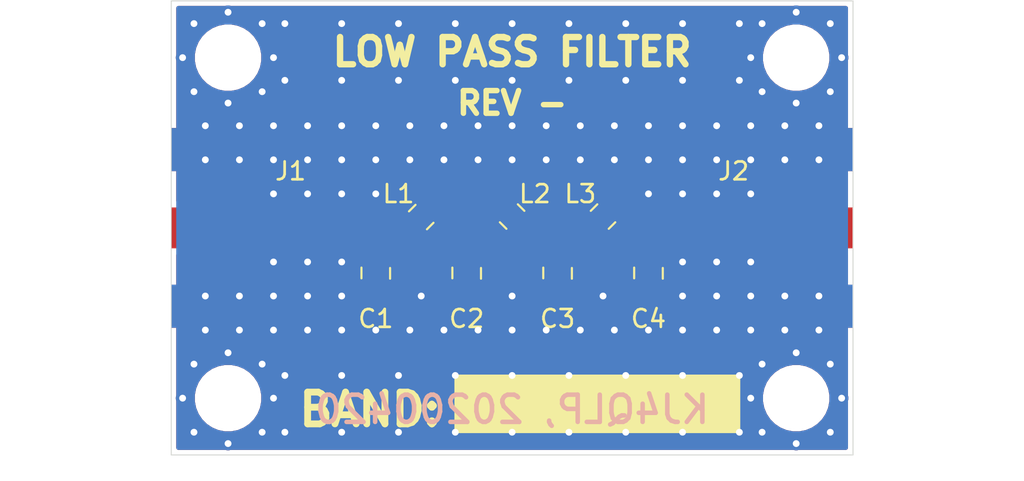
<source format=kicad_pcb>
(kicad_pcb (version 20171130) (host pcbnew 5.1.5-52549c5~84~ubuntu16.04.1)

  (general
    (thickness 1.6)
    (drawings 23)
    (tracks 169)
    (zones 0)
    (modules 13)
    (nets 6)
  )

  (page USLetter)
  (layers
    (0 F.Cu signal)
    (31 B.Cu signal)
    (32 B.Adhes user)
    (33 F.Adhes user)
    (34 B.Paste user)
    (35 F.Paste user)
    (36 B.SilkS user)
    (37 F.SilkS user)
    (38 B.Mask user)
    (39 F.Mask user)
    (40 Dwgs.User user)
    (41 Cmts.User user)
    (42 Eco1.User user)
    (43 Eco2.User user)
    (44 Edge.Cuts user)
    (45 Margin user)
    (46 B.CrtYd user)
    (47 F.CrtYd user)
    (48 B.Fab user)
    (49 F.Fab user)
  )

  (setup
    (last_trace_width 1.016)
    (trace_clearance 0.2)
    (zone_clearance 0.254)
    (zone_45_only no)
    (trace_min 0.2)
    (via_size 0.8)
    (via_drill 0.4)
    (via_min_size 0.4)
    (via_min_drill 0.3)
    (uvia_size 0.3)
    (uvia_drill 0.1)
    (uvias_allowed no)
    (uvia_min_size 0.2)
    (uvia_min_drill 0.1)
    (edge_width 0.05)
    (segment_width 0.2)
    (pcb_text_width 0.3)
    (pcb_text_size 1.5 1.5)
    (mod_edge_width 0.12)
    (mod_text_size 1 1)
    (mod_text_width 0.15)
    (pad_size 1.524 1.524)
    (pad_drill 0.762)
    (pad_to_mask_clearance 0.051)
    (solder_mask_min_width 0.25)
    (aux_axis_origin 0 0)
    (visible_elements FFFDFF7F)
    (pcbplotparams
      (layerselection 0x010fc_ffffffff)
      (usegerberextensions false)
      (usegerberattributes false)
      (usegerberadvancedattributes false)
      (creategerberjobfile false)
      (excludeedgelayer true)
      (linewidth 0.100000)
      (plotframeref false)
      (viasonmask false)
      (mode 1)
      (useauxorigin false)
      (hpglpennumber 1)
      (hpglpenspeed 20)
      (hpglpendiameter 15.000000)
      (psnegative false)
      (psa4output false)
      (plotreference true)
      (plotvalue true)
      (plotinvisibletext false)
      (padsonsilk false)
      (subtractmaskfromsilk false)
      (outputformat 1)
      (mirror false)
      (drillshape 1)
      (scaleselection 1)
      (outputdirectory ""))
  )

  (net 0 "")
  (net 1 GND)
  (net 2 "Net-(C1-Pad1)")
  (net 3 "Net-(C2-Pad1)")
  (net 4 "Net-(C3-Pad1)")
  (net 5 "Net-(C4-Pad1)")

  (net_class Default "This is the default net class."
    (clearance 0.2)
    (trace_width 1.016)
    (via_dia 0.8)
    (via_drill 0.4)
    (uvia_dia 0.3)
    (uvia_drill 0.1)
    (add_net GND)
    (add_net "Net-(C1-Pad1)")
    (add_net "Net-(C2-Pad1)")
    (add_net "Net-(C3-Pad1)")
    (add_net "Net-(C4-Pad1)")
  )

  (module MountingHole:MountingHole_3.2mm_M3_ISO14580 (layer F.Cu) (tedit 56D1B4CB) (tstamp 5E9EE0FE)
    (at 104.775 79.375)
    (descr "Mounting Hole 3.2mm, no annular, M3, ISO14580")
    (tags "mounting hole 3.2mm no annular m3 iso14580")
    (path /5EA2BA65)
    (attr virtual)
    (fp_text reference H1 (at 0 0) (layer F.SilkS)
      (effects (font (size 1 1) (thickness 0.15)))
    )
    (fp_text value MountingHole (at 0 3.75) (layer F.Fab)
      (effects (font (size 1 1) (thickness 0.15)))
    )
    (fp_circle (center 0 0) (end 3 0) (layer F.CrtYd) (width 0.05))
    (fp_circle (center 0 0) (end 2.75 0) (layer Cmts.User) (width 0.15))
    (fp_text user %R (at 0.3 0) (layer F.Fab)
      (effects (font (size 1 1) (thickness 0.15)))
    )
    (pad 1 np_thru_hole circle (at 0 0) (size 3.2 3.2) (drill 3.2) (layers *.Cu *.Mask))
  )

  (module MountingHole:MountingHole_3.2mm_M3_DIN965 (layer F.Cu) (tedit 56D1B4CB) (tstamp 5E9EE116)
    (at 136.525 98.425)
    (descr "Mounting Hole 3.2mm, no annular, M3, DIN965")
    (tags "mounting hole 3.2mm no annular m3 din965")
    (path /5EA2C93C)
    (attr virtual)
    (fp_text reference H4 (at 0 0) (layer F.SilkS)
      (effects (font (size 1 1) (thickness 0.15)))
    )
    (fp_text value MountingHole (at 0 3.8) (layer F.Fab)
      (effects (font (size 1 1) (thickness 0.15)))
    )
    (fp_circle (center 0 0) (end 3.05 0) (layer F.CrtYd) (width 0.05))
    (fp_circle (center 0 0) (end 2.8 0) (layer Cmts.User) (width 0.15))
    (fp_text user %R (at 0.3 0) (layer F.Fab)
      (effects (font (size 1 1) (thickness 0.15)))
    )
    (pad 1 np_thru_hole circle (at 0 0) (size 3.2 3.2) (drill 3.2) (layers *.Cu *.Mask))
  )

  (module MountingHole:MountingHole_3.2mm_M3_DIN965 (layer F.Cu) (tedit 56D1B4CB) (tstamp 5E9EE10E)
    (at 136.525 79.375)
    (descr "Mounting Hole 3.2mm, no annular, M3, DIN965")
    (tags "mounting hole 3.2mm no annular m3 din965")
    (path /5EA2C509)
    (attr virtual)
    (fp_text reference H3 (at 0 0) (layer F.SilkS)
      (effects (font (size 1 1) (thickness 0.15)))
    )
    (fp_text value MountingHole (at 0 3.8) (layer F.Fab)
      (effects (font (size 1 1) (thickness 0.15)))
    )
    (fp_circle (center 0 0) (end 3.05 0) (layer F.CrtYd) (width 0.05))
    (fp_circle (center 0 0) (end 2.8 0) (layer Cmts.User) (width 0.15))
    (fp_text user %R (at 0.3 0) (layer F.Fab)
      (effects (font (size 1 1) (thickness 0.15)))
    )
    (pad 1 np_thru_hole circle (at 0 0) (size 3.2 3.2) (drill 3.2) (layers *.Cu *.Mask))
  )

  (module MountingHole:MountingHole_3.2mm_M3_DIN965 (layer F.Cu) (tedit 56D1B4CB) (tstamp 5E9EE106)
    (at 104.775 98.425)
    (descr "Mounting Hole 3.2mm, no annular, M3, DIN965")
    (tags "mounting hole 3.2mm no annular m3 din965")
    (path /5EA2BF79)
    (attr virtual)
    (fp_text reference H2 (at 0 0) (layer F.SilkS)
      (effects (font (size 1 1) (thickness 0.15)))
    )
    (fp_text value MountingHole (at 0 3.8) (layer F.Fab)
      (effects (font (size 1 1) (thickness 0.15)))
    )
    (fp_circle (center 0 0) (end 3.05 0) (layer F.CrtYd) (width 0.05))
    (fp_circle (center 0 0) (end 2.8 0) (layer Cmts.User) (width 0.15))
    (fp_text user %R (at 0.3 0) (layer F.Fab)
      (effects (font (size 1 1) (thickness 0.15)))
    )
    (pad 1 np_thru_hole circle (at 0 0) (size 3.2 3.2) (drill 3.2) (layers *.Cu *.Mask))
  )

  (module digikey-footprints:0805 (layer F.Cu) (tedit 5D288D36) (tstamp 5E9EC654)
    (at 113.03 91.44 270)
    (path /5E9EB85E)
    (attr smd)
    (fp_text reference C1 (at 2.54 0 180) (layer F.SilkS)
      (effects (font (size 1 1) (thickness 0.15)))
    )
    (fp_text value C (at 0 1.95 90) (layer F.Fab)
      (effects (font (size 1 1) (thickness 0.15)))
    )
    (fp_line (start -1.9 0.93) (end 1.9 0.93) (layer F.CrtYd) (width 0.05))
    (fp_line (start -1.9 -0.93) (end 1.9 -0.93) (layer F.CrtYd) (width 0.05))
    (fp_line (start 1.9 0.93) (end 1.9 -0.93) (layer F.CrtYd) (width 0.05))
    (fp_line (start -1.9 0.93) (end -1.9 -0.93) (layer F.CrtYd) (width 0.05))
    (fp_line (start -0.32 0.8) (end 0.28 0.8) (layer F.SilkS) (width 0.12))
    (fp_line (start -0.3 -0.8) (end 0.3 -0.8) (layer F.SilkS) (width 0.12))
    (fp_line (start -0.95 0.68) (end 0.95 0.68) (layer F.Fab) (width 0.12))
    (fp_line (start -0.95 -0.68) (end 0.95 -0.68) (layer F.Fab) (width 0.12))
    (fp_line (start 0.95 -0.675) (end 0.95 0.675) (layer F.Fab) (width 0.12))
    (fp_line (start -0.95 -0.675) (end -0.95 0.675) (layer F.Fab) (width 0.12))
    (pad 2 smd rect (at 1.05 0 270) (size 1.2 1.2) (layers F.Cu F.Paste F.Mask)
      (net 1 GND))
    (pad 1 smd rect (at -1.05 0 270) (size 1.2 1.2) (layers F.Cu F.Paste F.Mask)
      (net 2 "Net-(C1-Pad1)"))
  )

  (module digikey-footprints:0805 (layer F.Cu) (tedit 5D288D36) (tstamp 5E9EC664)
    (at 118.11 91.44 270)
    (path /5E9EBEB2)
    (attr smd)
    (fp_text reference C2 (at 2.54 0 180) (layer F.SilkS)
      (effects (font (size 1 1) (thickness 0.15)))
    )
    (fp_text value C (at 0 1.95 90) (layer F.Fab)
      (effects (font (size 1 1) (thickness 0.15)))
    )
    (fp_line (start -0.95 -0.675) (end -0.95 0.675) (layer F.Fab) (width 0.12))
    (fp_line (start 0.95 -0.675) (end 0.95 0.675) (layer F.Fab) (width 0.12))
    (fp_line (start -0.95 -0.68) (end 0.95 -0.68) (layer F.Fab) (width 0.12))
    (fp_line (start -0.95 0.68) (end 0.95 0.68) (layer F.Fab) (width 0.12))
    (fp_line (start -0.3 -0.8) (end 0.3 -0.8) (layer F.SilkS) (width 0.12))
    (fp_line (start -0.32 0.8) (end 0.28 0.8) (layer F.SilkS) (width 0.12))
    (fp_line (start -1.9 0.93) (end -1.9 -0.93) (layer F.CrtYd) (width 0.05))
    (fp_line (start 1.9 0.93) (end 1.9 -0.93) (layer F.CrtYd) (width 0.05))
    (fp_line (start -1.9 -0.93) (end 1.9 -0.93) (layer F.CrtYd) (width 0.05))
    (fp_line (start -1.9 0.93) (end 1.9 0.93) (layer F.CrtYd) (width 0.05))
    (pad 1 smd rect (at -1.05 0 270) (size 1.2 1.2) (layers F.Cu F.Paste F.Mask)
      (net 3 "Net-(C2-Pad1)"))
    (pad 2 smd rect (at 1.05 0 270) (size 1.2 1.2) (layers F.Cu F.Paste F.Mask)
      (net 1 GND))
  )

  (module digikey-footprints:0805 (layer F.Cu) (tedit 5D288D36) (tstamp 5E9EC674)
    (at 123.19 91.44 270)
    (path /5E9EC8B9)
    (attr smd)
    (fp_text reference C3 (at 2.54 0 180) (layer F.SilkS)
      (effects (font (size 1 1) (thickness 0.15)))
    )
    (fp_text value C (at 0 1.95 90) (layer F.Fab)
      (effects (font (size 1 1) (thickness 0.15)))
    )
    (fp_line (start -1.9 0.93) (end 1.9 0.93) (layer F.CrtYd) (width 0.05))
    (fp_line (start -1.9 -0.93) (end 1.9 -0.93) (layer F.CrtYd) (width 0.05))
    (fp_line (start 1.9 0.93) (end 1.9 -0.93) (layer F.CrtYd) (width 0.05))
    (fp_line (start -1.9 0.93) (end -1.9 -0.93) (layer F.CrtYd) (width 0.05))
    (fp_line (start -0.32 0.8) (end 0.28 0.8) (layer F.SilkS) (width 0.12))
    (fp_line (start -0.3 -0.8) (end 0.3 -0.8) (layer F.SilkS) (width 0.12))
    (fp_line (start -0.95 0.68) (end 0.95 0.68) (layer F.Fab) (width 0.12))
    (fp_line (start -0.95 -0.68) (end 0.95 -0.68) (layer F.Fab) (width 0.12))
    (fp_line (start 0.95 -0.675) (end 0.95 0.675) (layer F.Fab) (width 0.12))
    (fp_line (start -0.95 -0.675) (end -0.95 0.675) (layer F.Fab) (width 0.12))
    (pad 2 smd rect (at 1.05 0 270) (size 1.2 1.2) (layers F.Cu F.Paste F.Mask)
      (net 1 GND))
    (pad 1 smd rect (at -1.05 0 270) (size 1.2 1.2) (layers F.Cu F.Paste F.Mask)
      (net 4 "Net-(C3-Pad1)"))
  )

  (module digikey-footprints:0805 (layer F.Cu) (tedit 5D288D36) (tstamp 5E9EC684)
    (at 128.27 91.44 270)
    (path /5E9ED184)
    (attr smd)
    (fp_text reference C4 (at 2.54 0 180) (layer F.SilkS)
      (effects (font (size 1 1) (thickness 0.15)))
    )
    (fp_text value C (at 0 1.95 90) (layer F.Fab)
      (effects (font (size 1 1) (thickness 0.15)))
    )
    (fp_line (start -0.95 -0.675) (end -0.95 0.675) (layer F.Fab) (width 0.12))
    (fp_line (start 0.95 -0.675) (end 0.95 0.675) (layer F.Fab) (width 0.12))
    (fp_line (start -0.95 -0.68) (end 0.95 -0.68) (layer F.Fab) (width 0.12))
    (fp_line (start -0.95 0.68) (end 0.95 0.68) (layer F.Fab) (width 0.12))
    (fp_line (start -0.3 -0.8) (end 0.3 -0.8) (layer F.SilkS) (width 0.12))
    (fp_line (start -0.32 0.8) (end 0.28 0.8) (layer F.SilkS) (width 0.12))
    (fp_line (start -1.9 0.93) (end -1.9 -0.93) (layer F.CrtYd) (width 0.05))
    (fp_line (start 1.9 0.93) (end 1.9 -0.93) (layer F.CrtYd) (width 0.05))
    (fp_line (start -1.9 -0.93) (end 1.9 -0.93) (layer F.CrtYd) (width 0.05))
    (fp_line (start -1.9 0.93) (end 1.9 0.93) (layer F.CrtYd) (width 0.05))
    (pad 1 smd rect (at -1.05 0 270) (size 1.2 1.2) (layers F.Cu F.Paste F.Mask)
      (net 5 "Net-(C4-Pad1)"))
    (pad 2 smd rect (at 1.05 0 270) (size 1.2 1.2) (layers F.Cu F.Paste F.Mask)
      (net 1 GND))
  )

  (module digikey-footprints:RF_SMA_BoardEdge_142-0701-801 (layer F.Cu) (tedit 5CADFB52) (tstamp 5E9EC696)
    (at 101.6 88.9 90)
    (descr https://belfuse.com/resources/Johnson/productinformation/pi-142-0701-801.pdf)
    (path /5E9F00D5)
    (fp_text reference J1 (at 3.175 5.715) (layer F.SilkS)
      (effects (font (size 1 1) (thickness 0.15)) (justify left))
    )
    (fp_text value Conn_Coaxial (at 0 6.36 90) (layer F.Fab)
      (effects (font (size 1 1) (thickness 0.15)))
    )
    (fp_text user %R (at 0 -3.7 90) (layer F.Fab)
      (effects (font (size 1 1) (thickness 0.15)))
    )
    (fp_line (start -5.84 5.33) (end 5.84 5.33) (layer F.CrtYd) (width 0.05))
    (fp_line (start 5.84 0) (end 5.84 5.33) (layer F.CrtYd) (width 0.05))
    (fp_line (start -5.84 0) (end -5.84 5.33) (layer F.CrtYd) (width 0.05))
    (fp_line (start -4.76 4.75) (end -4.76 -9.52) (layer F.Fab) (width 0.1))
    (fp_line (start 4.76 4.75) (end -4.76 4.75) (layer F.Fab) (width 0.1))
    (fp_line (start 4.76 -9.52) (end -4.76 -9.52) (layer F.Fab) (width 0.1))
    (fp_line (start 4.76 4.75) (end 4.76 -9.52) (layer F.Fab) (width 0.1))
    (fp_line (start -5.84 0) (end 5.84 0) (layer F.CrtYd) (width 0.05))
    (pad 2 smd rect (at -4.3815 2.54 90) (size 2.413 5.08) (layers F.Cu F.Paste F.Mask)
      (net 1 GND))
    (pad 1 smd rect (at 0 2.54 90) (size 2.286 5.08) (layers F.Cu F.Paste F.Mask)
      (net 2 "Net-(C1-Pad1)"))
    (pad 2 smd rect (at 4.3815 2.54 90) (size 2.413 5.08) (layers F.Cu F.Paste F.Mask)
      (net 1 GND))
    (pad 2 smd rect (at 4.3815 2.54 90) (size 2.413 5.08) (layers B.Cu B.Paste B.Mask)
      (net 1 GND))
    (pad 2 smd rect (at -4.3815 2.54 90) (size 2.413 5.08) (layers B.Cu B.Paste B.Mask)
      (net 1 GND))
  )

  (module digikey-footprints:RF_SMA_BoardEdge_142-0701-801 (layer F.Cu) (tedit 5CADFB52) (tstamp 5E9EC6A8)
    (at 139.7 88.9 270)
    (descr https://belfuse.com/resources/Johnson/productinformation/pi-142-0701-801.pdf)
    (path /5E9F06E7)
    (fp_text reference J2 (at -3.175 5.715) (layer F.SilkS)
      (effects (font (size 1 1) (thickness 0.15)) (justify right))
    )
    (fp_text value Conn_Coaxial (at 0 6.36 90) (layer F.Fab)
      (effects (font (size 1 1) (thickness 0.15)))
    )
    (fp_line (start -5.84 0) (end 5.84 0) (layer F.CrtYd) (width 0.05))
    (fp_line (start 4.76 4.75) (end 4.76 -9.52) (layer F.Fab) (width 0.1))
    (fp_line (start 4.76 -9.52) (end -4.76 -9.52) (layer F.Fab) (width 0.1))
    (fp_line (start 4.76 4.75) (end -4.76 4.75) (layer F.Fab) (width 0.1))
    (fp_line (start -4.76 4.75) (end -4.76 -9.52) (layer F.Fab) (width 0.1))
    (fp_line (start -5.84 0) (end -5.84 5.33) (layer F.CrtYd) (width 0.05))
    (fp_line (start 5.84 0) (end 5.84 5.33) (layer F.CrtYd) (width 0.05))
    (fp_line (start -5.84 5.33) (end 5.84 5.33) (layer F.CrtYd) (width 0.05))
    (fp_text user %R (at 0 -3.7 90) (layer F.Fab)
      (effects (font (size 1 1) (thickness 0.15)))
    )
    (pad 2 smd rect (at -4.3815 2.54 270) (size 2.413 5.08) (layers B.Cu B.Paste B.Mask)
      (net 1 GND))
    (pad 2 smd rect (at 4.3815 2.54 270) (size 2.413 5.08) (layers B.Cu B.Paste B.Mask)
      (net 1 GND))
    (pad 2 smd rect (at 4.3815 2.54 270) (size 2.413 5.08) (layers F.Cu F.Paste F.Mask)
      (net 1 GND))
    (pad 1 smd rect (at 0 2.54 270) (size 2.286 5.08) (layers F.Cu F.Paste F.Mask)
      (net 5 "Net-(C4-Pad1)"))
    (pad 2 smd rect (at -4.3815 2.54 270) (size 2.413 5.08) (layers F.Cu F.Paste F.Mask)
      (net 1 GND))
  )

  (module Inductor_SMD:L_0805_2012Metric (layer F.Cu) (tedit 5B36C52B) (tstamp 5E9ECA6A)
    (at 115.57 88.292913 45)
    (descr "Inductor SMD 0805 (2012 Metric), square (rectangular) end terminal, IPC_7351 nominal, (Body size source: https://docs.google.com/spreadsheets/d/1BsfQQcO9C6DZCsRaXUlFlo91Tg2WpOkGARC1WS5S8t0/edit?usp=sharing), generated with kicad-footprint-generator")
    (tags inductor)
    (path /5E9E8F3A)
    (attr smd)
    (fp_text reference L1 (at 0.019737 -1.815789) (layer F.SilkS)
      (effects (font (size 1 1) (thickness 0.15)))
    )
    (fp_text value L (at 0 1.65 45) (layer F.Fab)
      (effects (font (size 1 1) (thickness 0.15)))
    )
    (fp_line (start -1 0.6) (end -1 -0.6) (layer F.Fab) (width 0.1))
    (fp_line (start -1 -0.6) (end 1 -0.6) (layer F.Fab) (width 0.1))
    (fp_line (start 1 -0.6) (end 1 0.6) (layer F.Fab) (width 0.1))
    (fp_line (start 1 0.6) (end -1 0.6) (layer F.Fab) (width 0.1))
    (fp_line (start -0.258578 -0.71) (end 0.258578 -0.71) (layer F.SilkS) (width 0.12))
    (fp_line (start -0.258578 0.71) (end 0.258578 0.71) (layer F.SilkS) (width 0.12))
    (fp_line (start -1.68 0.95) (end -1.68 -0.95) (layer F.CrtYd) (width 0.05))
    (fp_line (start -1.68 -0.95) (end 1.68 -0.95) (layer F.CrtYd) (width 0.05))
    (fp_line (start 1.68 -0.95) (end 1.68 0.95) (layer F.CrtYd) (width 0.05))
    (fp_line (start 1.68 0.95) (end -1.68 0.95) (layer F.CrtYd) (width 0.05))
    (fp_text user %R (at 0 0 45) (layer F.Fab)
      (effects (font (size 0.5 0.5) (thickness 0.08)))
    )
    (pad 1 smd roundrect (at -0.9375 0 45) (size 0.975 1.4) (layers F.Cu F.Paste F.Mask) (roundrect_rratio 0.25)
      (net 2 "Net-(C1-Pad1)"))
    (pad 2 smd roundrect (at 0.9375 0 45) (size 0.975 1.4) (layers F.Cu F.Paste F.Mask) (roundrect_rratio 0.25)
      (net 3 "Net-(C2-Pad1)"))
    (model ${KISYS3DMOD}/Inductor_SMD.3dshapes/L_0805_2012Metric.wrl
      (at (xyz 0 0 0))
      (scale (xyz 1 1 1))
      (rotate (xyz 0 0 0))
    )
  )

  (module Inductor_SMD:L_0805_2012Metric (layer F.Cu) (tedit 5B36C52B) (tstamp 5E9EC6CA)
    (at 120.65 88.265 315)
    (descr "Inductor SMD 0805 (2012 Metric), square (rectangular) end terminal, IPC_7351 nominal, (Body size source: https://docs.google.com/spreadsheets/d/1BsfQQcO9C6DZCsRaXUlFlo91Tg2WpOkGARC1WS5S8t0/edit?usp=sharing), generated with kicad-footprint-generator")
    (tags inductor)
    (path /5E9E952E)
    (attr smd)
    (fp_text reference L2 (at 0 -1.796051 180) (layer F.SilkS)
      (effects (font (size 1 1) (thickness 0.15)))
    )
    (fp_text value L (at 0 1.65 135) (layer F.Fab)
      (effects (font (size 1 1) (thickness 0.15)))
    )
    (fp_text user %R (at 0 0 135) (layer F.Fab)
      (effects (font (size 0.5 0.5) (thickness 0.08)))
    )
    (fp_line (start 1.68 0.95) (end -1.68 0.95) (layer F.CrtYd) (width 0.05))
    (fp_line (start 1.68 -0.95) (end 1.68 0.95) (layer F.CrtYd) (width 0.05))
    (fp_line (start -1.68 -0.95) (end 1.68 -0.95) (layer F.CrtYd) (width 0.05))
    (fp_line (start -1.68 0.95) (end -1.68 -0.95) (layer F.CrtYd) (width 0.05))
    (fp_line (start -0.258578 0.71) (end 0.258578 0.71) (layer F.SilkS) (width 0.12))
    (fp_line (start -0.258578 -0.71) (end 0.258578 -0.71) (layer F.SilkS) (width 0.12))
    (fp_line (start 1 0.6) (end -1 0.6) (layer F.Fab) (width 0.1))
    (fp_line (start 1 -0.6) (end 1 0.6) (layer F.Fab) (width 0.1))
    (fp_line (start -1 -0.6) (end 1 -0.6) (layer F.Fab) (width 0.1))
    (fp_line (start -1 0.6) (end -1 -0.6) (layer F.Fab) (width 0.1))
    (pad 2 smd roundrect (at 0.9375 0 315) (size 0.975 1.4) (layers F.Cu F.Paste F.Mask) (roundrect_rratio 0.25)
      (net 4 "Net-(C3-Pad1)"))
    (pad 1 smd roundrect (at -0.9375 0 315) (size 0.975 1.4) (layers F.Cu F.Paste F.Mask) (roundrect_rratio 0.25)
      (net 3 "Net-(C2-Pad1)"))
    (model ${KISYS3DMOD}/Inductor_SMD.3dshapes/L_0805_2012Metric.wrl
      (at (xyz 0 0 0))
      (scale (xyz 1 1 1))
      (rotate (xyz 0 0 0))
    )
  )

  (module Inductor_SMD:L_0805_2012Metric (layer F.Cu) (tedit 5B36C52B) (tstamp 5E9EC6DB)
    (at 125.73 88.265 45)
    (descr "Inductor SMD 0805 (2012 Metric), square (rectangular) end terminal, IPC_7351 nominal, (Body size source: https://docs.google.com/spreadsheets/d/1BsfQQcO9C6DZCsRaXUlFlo91Tg2WpOkGARC1WS5S8t0/edit?usp=sharing), generated with kicad-footprint-generator")
    (tags inductor)
    (path /5E9EA578)
    (attr smd)
    (fp_text reference L3 (at 0 -1.796051 180) (layer F.SilkS)
      (effects (font (size 1 1) (thickness 0.15)))
    )
    (fp_text value L (at 0 1.65 45) (layer F.Fab)
      (effects (font (size 1 1) (thickness 0.15)))
    )
    (fp_line (start -1 0.6) (end -1 -0.6) (layer F.Fab) (width 0.1))
    (fp_line (start -1 -0.6) (end 1 -0.6) (layer F.Fab) (width 0.1))
    (fp_line (start 1 -0.6) (end 1 0.6) (layer F.Fab) (width 0.1))
    (fp_line (start 1 0.6) (end -1 0.6) (layer F.Fab) (width 0.1))
    (fp_line (start -0.258578 -0.71) (end 0.258578 -0.71) (layer F.SilkS) (width 0.12))
    (fp_line (start -0.258578 0.71) (end 0.258578 0.71) (layer F.SilkS) (width 0.12))
    (fp_line (start -1.68 0.95) (end -1.68 -0.95) (layer F.CrtYd) (width 0.05))
    (fp_line (start -1.68 -0.95) (end 1.68 -0.95) (layer F.CrtYd) (width 0.05))
    (fp_line (start 1.68 -0.95) (end 1.68 0.95) (layer F.CrtYd) (width 0.05))
    (fp_line (start 1.68 0.95) (end -1.68 0.95) (layer F.CrtYd) (width 0.05))
    (fp_text user %R (at 0 0 45) (layer F.Fab)
      (effects (font (size 0.5 0.5) (thickness 0.08)))
    )
    (pad 1 smd roundrect (at -0.9375 0 45) (size 0.975 1.4) (layers F.Cu F.Paste F.Mask) (roundrect_rratio 0.25)
      (net 4 "Net-(C3-Pad1)"))
    (pad 2 smd roundrect (at 0.9375 0 45) (size 0.975 1.4) (layers F.Cu F.Paste F.Mask) (roundrect_rratio 0.25)
      (net 5 "Net-(C4-Pad1)"))
    (model ${KISYS3DMOD}/Inductor_SMD.3dshapes/L_0805_2012Metric.wrl
      (at (xyz 0 0 0))
      (scale (xyz 1 1 1))
      (rotate (xyz 0 0 0))
    )
  )

  (gr_text "REV -" (at 120.65 81.915) (layer F.SilkS) (tstamp 5E9FF764)
    (effects (font (size 1.27 1.27) (thickness 0.3048)))
  )
  (gr_poly (pts (xy 132.08 87.63) (xy 130.175 87.63) (xy 130.175 83.185) (xy 132.08 83.185)) (layer F.Mask) (width 0.1) (tstamp 5E9FF560))
  (gr_poly (pts (xy 111.125 87.63) (xy 109.22 87.63) (xy 109.22 83.185) (xy 111.125 83.185)) (layer F.Mask) (width 0.1) (tstamp 5E9FF54B))
  (gr_poly (pts (xy 132.08 96.52) (xy 109.22 96.52) (xy 109.22 94.615) (xy 132.08 94.615)) (layer F.Mask) (width 0.1))
  (gr_poly (pts (xy 132.08 85.09) (xy 109.22 85.09) (xy 109.22 83.185) (xy 132.08 83.185)) (layer F.Mask) (width 0.1))
  (gr_poly (pts (xy 132.08 96.52) (xy 130.175 96.52) (xy 130.175 90.17) (xy 132.08 90.17)) (layer F.Mask) (width 0.1))
  (gr_poly (pts (xy 111.125 96.52) (xy 109.22 96.52) (xy 109.22 90.17) (xy 111.125 90.17)) (layer F.Mask) (width 0.1))
  (gr_poly (pts (xy 107.95 82.55) (xy 101.6 82.55) (xy 101.6 76.2) (xy 107.95 76.2)) (layer B.Mask) (width 0.1) (tstamp 5E9EF58E))
  (gr_poly (pts (xy 107.95 101.6) (xy 101.6 101.6) (xy 101.6 95.25) (xy 107.95 95.25)) (layer B.Mask) (width 0.1) (tstamp 5E9EF58B))
  (gr_poly (pts (xy 139.7 101.6) (xy 133.35 101.6) (xy 133.35 95.25) (xy 139.7 95.25)) (layer B.Mask) (width 0.1) (tstamp 5E9EF589))
  (gr_poly (pts (xy 139.7 82.55) (xy 133.35 82.55) (xy 133.35 76.2) (xy 139.7 76.2)) (layer B.Mask) (width 0.1) (tstamp 5E9EF586))
  (gr_poly (pts (xy 139.7 101.6) (xy 133.35 101.6) (xy 133.35 95.25) (xy 139.7 95.25)) (layer F.Mask) (width 0.1))
  (gr_poly (pts (xy 107.95 101.6) (xy 101.6 101.6) (xy 101.6 95.25) (xy 107.95 95.25)) (layer F.Mask) (width 0.1))
  (gr_poly (pts (xy 107.95 82.55) (xy 101.6 82.55) (xy 101.6 76.2) (xy 107.95 76.2)) (layer F.Mask) (width 0.1))
  (gr_poly (pts (xy 139.7 82.55) (xy 133.35 82.55) (xy 133.35 76.2) (xy 139.7 76.2)) (layer F.Mask) (width 0.1))
  (gr_text "KJ4QLP, 20200420" (at 120.65 99.06) (layer B.SilkS)
    (effects (font (size 1.524 1.524) (thickness 0.254)) (justify mirror))
  )
  (gr_poly (pts (xy 133.35 100.33) (xy 117.475 100.33) (xy 117.475 97.155) (xy 133.35 97.155)) (layer F.SilkS) (width 0.1))
  (gr_text BAND: (at 116.84 99.06) (layer F.SilkS)
    (effects (font (size 1.778 1.778) (thickness 0.381)) (justify right))
  )
  (gr_text "LOW PASS FILTER" (at 120.65 79.0575) (layer F.SilkS)
    (effects (font (size 1.524 1.524) (thickness 0.3556)))
  )
  (gr_line (start 101.6 101.6) (end 101.6 76.2) (layer Edge.Cuts) (width 0.05) (tstamp 5E9ECD54))
  (gr_line (start 139.7 101.6) (end 101.6 101.6) (layer Edge.Cuts) (width 0.05))
  (gr_line (start 139.7 76.2) (end 139.7 101.6) (layer Edge.Cuts) (width 0.05))
  (gr_line (start 101.6 76.2) (end 139.7 76.2) (layer Edge.Cuts) (width 0.05))

  (via (at 107.315 90.805) (size 0.762) (drill 0.381) (layers F.Cu B.Cu) (net 1) (tstamp 5E9EDA9E))
  (via (at 107.315 92.71) (size 0.762) (drill 0.381) (layers F.Cu B.Cu) (net 1) (tstamp 5E9EDAA0))
  (via (at 107.315 94.615) (size 0.762) (drill 0.381) (layers F.Cu B.Cu) (net 1) (tstamp 5E9EDAA2))
  (via (at 105.41 94.615) (size 0.762) (drill 0.381) (layers F.Cu B.Cu) (net 1) (tstamp 5E9EDAA4))
  (via (at 103.505 94.615) (size 0.762) (drill 0.381) (layers F.Cu B.Cu) (net 1) (tstamp 5E9EDAA6))
  (via (at 103.505 92.71) (size 0.762) (drill 0.381) (layers F.Cu B.Cu) (net 1) (tstamp 5E9EDAA8))
  (via (at 105.41 92.71) (size 0.762) (drill 0.381) (layers F.Cu B.Cu) (net 1) (tstamp 5E9EDAAA))
  (via (at 109.22 90.805) (size 0.762) (drill 0.381) (layers F.Cu B.Cu) (net 1) (tstamp 5E9EDAAD))
  (via (at 111.125 90.805) (size 0.762) (drill 0.381) (layers F.Cu B.Cu) (net 1) (tstamp 5E9EDAAF))
  (via (at 111.125 92.71) (size 0.762) (drill 0.381) (layers F.Cu B.Cu) (net 1) (tstamp 5E9EDAB1))
  (via (at 111.125 94.615) (size 0.762) (drill 0.381) (layers F.Cu B.Cu) (net 1) (tstamp 5E9EDAB3))
  (via (at 113.03 94.615) (size 0.762) (drill 0.381) (layers F.Cu B.Cu) (net 1) (tstamp 5E9EDAB5))
  (via (at 114.935 94.615) (size 0.762) (drill 0.381) (layers F.Cu B.Cu) (net 1) (tstamp 5E9EDAB7))
  (via (at 116.84 94.615) (size 0.762) (drill 0.381) (layers F.Cu B.Cu) (net 1) (tstamp 5E9EDAB9))
  (via (at 118.745 94.615) (size 0.762) (drill 0.381) (layers F.Cu B.Cu) (net 1) (tstamp 5E9EDABB))
  (via (at 120.65 94.615) (size 0.762) (drill 0.381) (layers F.Cu B.Cu) (net 1) (tstamp 5E9EDABD))
  (via (at 122.555 94.615) (size 0.762) (drill 0.381) (layers F.Cu B.Cu) (net 1) (tstamp 5E9EDABF))
  (via (at 124.46 94.615) (size 0.762) (drill 0.381) (layers F.Cu B.Cu) (net 1) (tstamp 5E9EDAC1))
  (via (at 126.365 94.615) (size 0.762) (drill 0.381) (layers F.Cu B.Cu) (net 1) (tstamp 5E9EDAC3))
  (via (at 128.27 94.615) (size 0.762) (drill 0.381) (layers F.Cu B.Cu) (net 1) (tstamp 5E9EDAC5))
  (via (at 130.175 94.615) (size 0.762) (drill 0.381) (layers F.Cu B.Cu) (net 1) (tstamp 5E9EDAC7))
  (via (at 130.175 92.71) (size 0.762) (drill 0.381) (layers F.Cu B.Cu) (net 1) (tstamp 5E9EDB5E))
  (via (at 130.175 90.805) (size 0.762) (drill 0.381) (layers F.Cu B.Cu) (net 1) (tstamp 5E9EDB60))
  (via (at 132.08 90.805) (size 0.762) (drill 0.381) (layers F.Cu B.Cu) (net 1) (tstamp 5E9EDB62))
  (via (at 133.985 90.805) (size 0.762) (drill 0.381) (layers F.Cu B.Cu) (net 1) (tstamp 5E9EDB64))
  (via (at 133.985 92.71) (size 0.762) (drill 0.381) (layers F.Cu B.Cu) (net 1) (tstamp 5E9EDB66))
  (via (at 135.89 92.71) (size 0.762) (drill 0.381) (layers F.Cu B.Cu) (net 1) (tstamp 5E9EDB68))
  (via (at 137.795 92.71) (size 0.762) (drill 0.381) (layers F.Cu B.Cu) (net 1) (tstamp 5E9EDB6A))
  (via (at 137.795 94.615) (size 0.762) (drill 0.381) (layers F.Cu B.Cu) (net 1) (tstamp 5E9EDB6C))
  (via (at 135.89 94.615) (size 0.762) (drill 0.381) (layers F.Cu B.Cu) (net 1) (tstamp 5E9EDB6E))
  (via (at 133.985 94.615) (size 0.762) (drill 0.381) (layers F.Cu B.Cu) (net 1) (tstamp 5E9EDB70))
  (via (at 122.555 85.09) (size 0.762) (drill 0.381) (layers F.Cu B.Cu) (net 1) (tstamp 5E9EDC58))
  (via (at 116.84 85.09) (size 0.762) (drill 0.381) (layers F.Cu B.Cu) (net 1) (tstamp 5E9EDC59))
  (via (at 124.46 85.09) (size 0.762) (drill 0.381) (layers F.Cu B.Cu) (net 1) (tstamp 5E9EDC5A))
  (via (at 114.935 85.09) (size 0.762) (drill 0.381) (layers F.Cu B.Cu) (net 1) (tstamp 5E9EDC5B))
  (via (at 109.22 86.995) (size 0.762) (drill 0.381) (layers F.Cu B.Cu) (net 1) (tstamp 5E9EDC5C))
  (via (at 113.03 86.995) (size 0.762) (drill 0.381) (layers F.Cu B.Cu) (net 1) (tstamp 5E9EDC5D))
  (via (at 107.315 86.995) (size 0.762) (drill 0.381) (layers F.Cu B.Cu) (net 1) (tstamp 5E9EDC5E))
  (via (at 120.65 85.09) (size 0.762) (drill 0.381) (layers F.Cu B.Cu) (net 1) (tstamp 5E9EDC5F))
  (via (at 126.365 85.09) (size 0.762) (drill 0.381) (layers F.Cu B.Cu) (net 1) (tstamp 5E9EDC60))
  (via (at 111.125 86.995) (size 0.762) (drill 0.381) (layers F.Cu B.Cu) (net 1) (tstamp 5E9EDC61))
  (via (at 118.745 85.09) (size 0.762) (drill 0.381) (layers F.Cu B.Cu) (net 1) (tstamp 5E9EDC62))
  (via (at 107.315 85.09) (size 0.762) (drill 0.381) (layers F.Cu B.Cu) (net 1) (tstamp 5E9EDC75))
  (via (at 107.315 83.185) (size 0.762) (drill 0.381) (layers F.Cu B.Cu) (net 1) (tstamp 5E9EDC77))
  (via (at 105.41 83.185) (size 0.762) (drill 0.381) (layers F.Cu B.Cu) (net 1) (tstamp 5E9EDC79))
  (via (at 103.505 83.185) (size 0.762) (drill 0.381) (layers F.Cu B.Cu) (net 1) (tstamp 5E9EDC7B))
  (via (at 103.505 85.09) (size 0.762) (drill 0.381) (layers F.Cu B.Cu) (net 1) (tstamp 5E9EDC7D))
  (via (at 105.41 85.09) (size 0.762) (drill 0.381) (layers F.Cu B.Cu) (net 1) (tstamp 5E9EDC7F))
  (via (at 128.27 86.995) (size 0.762) (drill 0.381) (layers F.Cu B.Cu) (net 1) (tstamp 5E9EDC85))
  (via (at 130.175 86.995) (size 0.762) (drill 0.381) (layers F.Cu B.Cu) (net 1) (tstamp 5E9EDC87))
  (via (at 132.08 86.995) (size 0.762) (drill 0.381) (layers F.Cu B.Cu) (net 1) (tstamp 5E9EDC89))
  (via (at 133.985 86.995) (size 0.762) (drill 0.381) (layers F.Cu B.Cu) (net 1) (tstamp 5E9EDC8B))
  (via (at 133.985 85.09) (size 0.762) (drill 0.381) (layers F.Cu B.Cu) (net 1) (tstamp 5E9EDC8D))
  (via (at 133.985 83.185) (size 0.762) (drill 0.381) (layers F.Cu B.Cu) (net 1) (tstamp 5E9EDC8F))
  (via (at 135.89 83.185) (size 0.762) (drill 0.381) (layers F.Cu B.Cu) (net 1) (tstamp 5E9EDC91))
  (via (at 137.795 83.185) (size 0.762) (drill 0.381) (layers F.Cu B.Cu) (net 1) (tstamp 5E9EDC93))
  (via (at 137.795 85.09) (size 0.762) (drill 0.381) (layers F.Cu B.Cu) (net 1) (tstamp 5E9EDC95))
  (via (at 135.89 85.09) (size 0.762) (drill 0.381) (layers F.Cu B.Cu) (net 1) (tstamp 5E9EDC97))
  (via (at 117.475 100.33) (size 0.762) (drill 0.381) (layers F.Cu B.Cu) (net 1) (tstamp 5E9EDCCE))
  (via (at 107.95 100.33) (size 0.762) (drill 0.381) (layers F.Cu B.Cu) (net 1) (tstamp 5E9EDCD0))
  (via (at 114.3 100.33) (size 0.762) (drill 0.381) (layers F.Cu B.Cu) (net 1) (tstamp 5E9EDCD2))
  (via (at 120.65 100.33) (size 0.762) (drill 0.381) (layers F.Cu B.Cu) (net 1) (tstamp 5E9EDCD4))
  (via (at 111.125 100.33) (size 0.762) (drill 0.381) (layers F.Cu B.Cu) (net 1) (tstamp 5E9EDCD6))
  (via (at 106.68 100.33) (size 0.762) (drill 0.381) (layers F.Cu B.Cu) (net 1) (tstamp 5E9EDCD8))
  (via (at 123.825 100.33) (size 0.762) (drill 0.381) (layers F.Cu B.Cu) (net 1) (tstamp 5E9EDCEE))
  (via (at 133.35 100.33) (size 0.762) (drill 0.381) (layers F.Cu B.Cu) (net 1) (tstamp 5E9EDCEF))
  (via (at 136.525 95.885) (size 0.762) (drill 0.381) (layers F.Cu B.Cu) (net 1) (tstamp 5E9EDCF0))
  (via (at 127 100.33) (size 0.762) (drill 0.381) (layers F.Cu B.Cu) (net 1) (tstamp 5E9EDCF1))
  (via (at 130.175 100.33) (size 0.762) (drill 0.381) (layers F.Cu B.Cu) (net 1) (tstamp 5E9EDCF2))
  (via (at 133.35 77.47) (size 0.762) (drill 0.381) (layers F.Cu B.Cu) (net 1) (tstamp 5E9EDCF9))
  (via (at 107.95 77.47) (size 0.762) (drill 0.381) (layers F.Cu B.Cu) (net 1) (tstamp 5E9EDCFA))
  (via (at 117.475 77.47) (size 0.762) (drill 0.381) (layers F.Cu B.Cu) (net 1) (tstamp 5E9EDCFB))
  (via (at 120.65 77.47) (size 0.762) (drill 0.381) (layers F.Cu B.Cu) (net 1) (tstamp 5E9EDCFC))
  (via (at 130.175 77.47) (size 0.762) (drill 0.381) (layers F.Cu B.Cu) (net 1) (tstamp 5E9EDCFD))
  (via (at 136.525 81.915) (size 0.762) (drill 0.381) (layers F.Cu B.Cu) (net 1) (tstamp 5E9EDCFE))
  (via (at 111.125 77.47) (size 0.762) (drill 0.381) (layers F.Cu B.Cu) (net 1) (tstamp 5E9EDCFF))
  (via (at 114.3 77.47) (size 0.762) (drill 0.381) (layers F.Cu B.Cu) (net 1) (tstamp 5E9EDD00))
  (via (at 127 77.47) (size 0.762) (drill 0.381) (layers F.Cu B.Cu) (net 1) (tstamp 5E9EDD01))
  (via (at 136.525 76.835) (size 0.762) (drill 0.381) (layers F.Cu B.Cu) (net 1) (tstamp 5E9EDD02))
  (via (at 123.825 77.47) (size 0.762) (drill 0.381) (layers F.Cu B.Cu) (net 1) (tstamp 5E9EDD03))
  (via (at 104.775 76.835) (size 0.762) (drill 0.381) (layers F.Cu B.Cu) (net 1) (tstamp 5E9EE2AC))
  (via (at 102.235 79.375) (size 0.762) (drill 0.381) (layers F.Cu B.Cu) (net 1) (tstamp 5E9EE2AE))
  (via (at 107.315 79.375) (size 0.762) (drill 0.381) (layers F.Cu B.Cu) (net 1) (tstamp 5E9EE2B0))
  (via (at 104.775 81.915) (size 0.762) (drill 0.381) (layers F.Cu B.Cu) (net 1) (tstamp 5E9EE2B2))
  (via (at 102.87 77.47) (size 0.762) (drill 0.381) (layers F.Cu B.Cu) (net 1) (tstamp 5E9EE2B4))
  (via (at 102.87 81.28) (size 0.762) (drill 0.381) (layers F.Cu B.Cu) (net 1) (tstamp 5E9EE2B6))
  (via (at 106.68 81.28) (size 0.762) (drill 0.381) (layers F.Cu B.Cu) (net 1) (tstamp 5E9EE2B8))
  (via (at 106.68 77.47) (size 0.762) (drill 0.381) (layers F.Cu B.Cu) (net 1) (tstamp 5E9EE2BA))
  (via (at 133.985 79.375) (size 0.762) (drill 0.381) (layers F.Cu B.Cu) (net 1) (tstamp 5E9EE2CF))
  (via (at 139.065 79.375) (size 0.762) (drill 0.381) (layers F.Cu B.Cu) (net 1) (tstamp 5E9EE2D1))
  (via (at 138.43 77.47) (size 0.762) (drill 0.381) (layers F.Cu B.Cu) (net 1) (tstamp 5E9EE2D3))
  (via (at 134.62 77.47) (size 0.762) (drill 0.381) (layers F.Cu B.Cu) (net 1) (tstamp 5E9EE2D5))
  (via (at 134.62 81.28) (size 0.762) (drill 0.381) (layers F.Cu B.Cu) (net 1) (tstamp 5E9EE2D7))
  (via (at 138.43 81.28) (size 0.762) (drill 0.381) (layers F.Cu B.Cu) (net 1) (tstamp 5E9EE2D9))
  (via (at 136.525 100.965) (size 0.762) (drill 0.381) (layers F.Cu B.Cu) (net 1) (tstamp 5E9EE2E4))
  (via (at 133.985 98.425) (size 0.762) (drill 0.381) (layers F.Cu B.Cu) (net 1) (tstamp 5E9EE2E6))
  (via (at 134.62 96.52) (size 0.762) (drill 0.381) (layers F.Cu B.Cu) (net 1) (tstamp 5E9EE2E8))
  (via (at 138.43 96.52) (size 0.762) (drill 0.381) (layers F.Cu B.Cu) (net 1) (tstamp 5E9EE2EA))
  (via (at 139.065 98.425) (size 0.762) (drill 0.381) (layers F.Cu B.Cu) (net 1) (tstamp 5E9EE2EC))
  (via (at 138.43 100.33) (size 0.762) (drill 0.381) (layers F.Cu B.Cu) (net 1) (tstamp 5E9EE2EE))
  (via (at 134.62 100.33) (size 0.762) (drill 0.381) (layers F.Cu B.Cu) (net 1) (tstamp 5E9EE2F0))
  (via (at 104.775 100.965) (size 0.762) (drill 0.381) (layers F.Cu B.Cu) (net 1) (tstamp 5E9EE2F2))
  (via (at 104.775 95.885) (size 0.762) (drill 0.381) (layers F.Cu B.Cu) (net 1) (tstamp 5E9EE2F4))
  (via (at 102.235 98.425) (size 0.762) (drill 0.381) (layers F.Cu B.Cu) (net 1) (tstamp 5E9EE2F6))
  (via (at 107.315 98.425) (size 0.762) (drill 0.381) (layers F.Cu B.Cu) (net 1) (tstamp 5E9EE2F8))
  (via (at 102.87 96.52) (size 0.762) (drill 0.381) (layers F.Cu B.Cu) (net 1) (tstamp 5E9EE2FA))
  (via (at 102.87 100.33) (size 0.762) (drill 0.381) (layers F.Cu B.Cu) (net 1) (tstamp 5E9EE2FC))
  (via (at 106.68 96.52) (size 0.762) (drill 0.381) (layers F.Cu B.Cu) (net 1) (tstamp 5E9EE307))
  (via (at 132.08 92.71) (size 0.762) (drill 0.381) (layers F.Cu B.Cu) (net 1) (tstamp 5E9EEAE8))
  (via (at 109.22 94.615) (size 0.762) (drill 0.381) (layers F.Cu B.Cu) (net 1) (tstamp 5E9EEA98))
  (via (at 109.22 92.71) (size 0.762) (drill 0.381) (layers F.Cu B.Cu) (net 1) (tstamp 5E9EEA9A))
  (via (at 132.08 94.615) (size 0.762) (drill 0.381) (layers F.Cu B.Cu) (net 1) (tstamp 5E9EEAA0))
  (via (at 117.475 97.155) (size 0.762) (drill 0.381) (layers F.Cu B.Cu) (net 1) (tstamp 5E9EEAA2))
  (via (at 120.65 97.155) (size 0.762) (drill 0.381) (layers F.Cu B.Cu) (net 1) (tstamp 5E9EEAA3))
  (via (at 130.175 97.155) (size 0.762) (drill 0.381) (layers F.Cu B.Cu) (net 1) (tstamp 5E9EEAA4))
  (via (at 111.125 97.155) (size 0.762) (drill 0.381) (layers F.Cu B.Cu) (net 1) (tstamp 5E9EEAA5))
  (via (at 114.3 97.155) (size 0.762) (drill 0.381) (layers F.Cu B.Cu) (net 1) (tstamp 5E9EEAA6))
  (via (at 127 97.155) (size 0.762) (drill 0.381) (layers F.Cu B.Cu) (net 1) (tstamp 5E9EEAA7))
  (via (at 123.825 97.155) (size 0.762) (drill 0.381) (layers F.Cu B.Cu) (net 1) (tstamp 5E9EEAA8))
  (via (at 114.3 80.645) (size 0.762) (drill 0.381) (layers F.Cu B.Cu) (net 1) (tstamp 5E9EEAB0))
  (via (at 111.125 80.645) (size 0.762) (drill 0.381) (layers F.Cu B.Cu) (net 1) (tstamp 5E9EEAB1))
  (via (at 117.475 80.645) (size 0.762) (drill 0.381) (layers F.Cu B.Cu) (net 1) (tstamp 5E9EEAB2))
  (via (at 127 80.645) (size 0.762) (drill 0.381) (layers F.Cu B.Cu) (net 1) (tstamp 5E9EEAB3))
  (via (at 130.175 80.645) (size 0.762) (drill 0.381) (layers F.Cu B.Cu) (net 1) (tstamp 5E9EEAB4))
  (via (at 123.825 80.645) (size 0.762) (drill 0.381) (layers F.Cu B.Cu) (net 1) (tstamp 5E9EEAB5))
  (via (at 120.65 80.645) (size 0.762) (drill 0.381) (layers F.Cu B.Cu) (net 1) (tstamp 5E9EEAB6))
  (via (at 111.125 83.185) (size 0.762) (drill 0.381) (layers F.Cu B.Cu) (net 1) (tstamp 5E9EEABE))
  (via (at 116.84 83.185) (size 0.762) (drill 0.381) (layers F.Cu B.Cu) (net 1) (tstamp 5E9EEABF))
  (via (at 114.935 83.185) (size 0.762) (drill 0.381) (layers F.Cu B.Cu) (net 1) (tstamp 5E9EEAC0))
  (via (at 120.65 83.185) (size 0.762) (drill 0.381) (layers F.Cu B.Cu) (net 1) (tstamp 5E9EEAC1))
  (via (at 113.03 83.185) (size 0.762) (drill 0.381) (layers F.Cu B.Cu) (net 1) (tstamp 5E9EEAC2))
  (via (at 122.555 83.185) (size 0.762) (drill 0.381) (layers F.Cu B.Cu) (net 1) (tstamp 5E9EEAC3))
  (via (at 118.745 83.185) (size 0.762) (drill 0.381) (layers F.Cu B.Cu) (net 1) (tstamp 5E9EEAC4))
  (via (at 109.22 83.185) (size 0.762) (drill 0.381) (layers F.Cu B.Cu) (net 1) (tstamp 5E9EEACE))
  (via (at 107.95 80.645) (size 0.762) (drill 0.381) (layers F.Cu B.Cu) (net 1) (tstamp 5E9EEAD0))
  (via (at 133.35 80.645) (size 0.762) (drill 0.381) (layers F.Cu B.Cu) (net 1) (tstamp 5E9EEAD2))
  (via (at 132.08 85.09) (size 0.762) (drill 0.381) (layers F.Cu B.Cu) (net 1) (tstamp 5E9EEAD4))
  (via (at 107.95 97.155) (size 0.762) (drill 0.381) (layers F.Cu B.Cu) (net 1) (tstamp 5E9EEAE0))
  (via (at 133.35 97.155) (size 0.762) (drill 0.381) (layers F.Cu B.Cu) (net 1) (tstamp 5E9EEAE2))
  (via (at 124.46 83.185) (size 0.762) (drill 0.381) (layers F.Cu B.Cu) (net 1) (tstamp 5E9EEB35))
  (via (at 126.365 83.185) (size 0.762) (drill 0.381) (layers F.Cu B.Cu) (net 1) (tstamp 5E9EEB37))
  (via (at 128.27 83.185) (size 0.762) (drill 0.381) (layers F.Cu B.Cu) (net 1) (tstamp 5E9EEB39))
  (via (at 130.175 83.185) (size 0.762) (drill 0.381) (layers F.Cu B.Cu) (net 1) (tstamp 5E9EEB3B))
  (via (at 132.08 83.185) (size 0.762) (drill 0.381) (layers F.Cu B.Cu) (net 1) (tstamp 5E9EEB3D))
  (via (at 130.175 85.09) (size 0.762) (drill 0.381) (layers F.Cu B.Cu) (net 1) (tstamp 5E9EEB41))
  (via (at 128.27 85.09) (size 0.762) (drill 0.381) (layers F.Cu B.Cu) (net 1) (tstamp 5E9EEB43))
  (via (at 109.22 85.09) (size 0.762) (drill 0.381) (layers F.Cu B.Cu) (net 1) (tstamp 5E9EEB45))
  (via (at 111.125 85.09) (size 0.762) (drill 0.381) (layers F.Cu B.Cu) (net 1) (tstamp 5E9EEB47))
  (via (at 113.03 85.09) (size 0.762) (drill 0.381) (layers F.Cu B.Cu) (net 1) (tstamp 5E9EEB49))
  (via (at 115.57 92.71) (size 0.762) (drill 0.381) (layers F.Cu B.Cu) (net 1) (tstamp 5E9EECBC))
  (via (at 120.65 92.71) (size 0.762) (drill 0.381) (layers F.Cu B.Cu) (net 1) (tstamp 5E9EECC0))
  (via (at 125.73 92.71) (size 0.762) (drill 0.381) (layers F.Cu B.Cu) (net 1) (tstamp 5E9EECC4))
  (segment (start 114.851261 88.9) (end 114.907087 88.955826) (width 1.016) (layer F.Cu) (net 2))
  (segment (start 113.03 90.39) (end 113.03 88.9) (width 1.27) (layer F.Cu) (net 2))
  (segment (start 105.41 88.9) (end 113.03 88.9) (width 2.032) (layer F.Cu) (net 2))
  (segment (start 113.03 88.9) (end 114.851261 88.9) (width 1.016) (layer F.Cu) (net 2))
  (segment (start 119.959174 87.63) (end 119.987087 87.602087) (width 1.016) (layer F.Cu) (net 3))
  (segment (start 118.11 87.63) (end 119.959174 87.63) (width 1.016) (layer F.Cu) (net 3))
  (segment (start 116.232913 87.63) (end 118.11 87.63) (width 1.016) (layer F.Cu) (net 3))
  (segment (start 118.11 90.39) (end 118.11 87.63) (width 1.016) (layer F.Cu) (net 3))
  (segment (start 123.162087 90.362087) (end 123.19 90.39) (width 1.016) (layer F.Cu) (net 4))
  (segment (start 123.162087 88.927913) (end 123.162087 90.362087) (width 1.016) (layer F.Cu) (net 4))
  (segment (start 123.162087 88.927913) (end 125.067087 88.927913) (width 1.016) (layer F.Cu) (net 4))
  (segment (start 121.312913 88.927913) (end 123.162087 88.927913) (width 1.016) (layer F.Cu) (net 4))
  (segment (start 126.392913 87.602087) (end 127.690826 88.9) (width 1.016) (layer F.Cu) (net 5))
  (segment (start 127.690826 88.9) (end 128.27 88.9) (width 1.016) (layer F.Cu) (net 5))
  (segment (start 128.27 90.39) (end 128.27 88.9) (width 1.27) (layer F.Cu) (net 5))
  (segment (start 133.604 88.9) (end 128.27 88.9) (width 2.032) (layer F.Cu) (net 5))
  (segment (start 137.16 88.9) (end 133.604 88.9) (width 2.032) (layer F.Cu) (net 5))

  (zone (net 1) (net_name GND) (layer F.Cu) (tstamp 5E9EEB86) (hatch edge 0.508)
    (connect_pads yes (clearance 0.254))
    (min_thickness 0.254)
    (fill yes (arc_segments 32) (thermal_gap 0.508) (thermal_bridge_width 0.508))
    (polygon
      (pts
        (xy 139.7 101.6) (xy 101.6 101.6) (xy 101.6 76.2) (xy 139.7 76.2)
      )
    )
    (filled_polygon
      (pts
        (xy 139.294 87.374157) (xy 134.62 87.374157) (xy 134.545311 87.381513) (xy 134.473492 87.403299) (xy 134.407304 87.438678)
        (xy 134.349289 87.486289) (xy 134.335575 87.503) (xy 128.201375 87.503) (xy 127.99614 87.523214) (xy 127.732805 87.603096)
        (xy 127.679597 87.631536) (xy 126.990653 86.942592) (xy 126.889204 86.859335) (xy 126.871605 86.849928) (xy 126.685721 86.664044)
        (xy 126.590769 86.586119) (xy 126.48244 86.528216) (xy 126.364895 86.492559) (xy 126.242653 86.480519) (xy 126.120411 86.492559)
        (xy 126.002866 86.528216) (xy 125.894537 86.586119) (xy 125.799585 86.664044) (xy 125.45487 87.008759) (xy 125.376945 87.103711)
        (xy 125.319042 87.21204) (xy 125.283385 87.329585) (xy 125.271345 87.451827) (xy 125.283385 87.574069) (xy 125.319042 87.691614)
        (xy 125.376945 87.799943) (xy 125.45487 87.894895) (xy 125.640754 88.080779) (xy 125.650161 88.098378) (xy 125.733418 88.199827)
        (xy 126.97575 89.442159) (xy 127.102817 89.679887) (xy 127.254 89.864105) (xy 127.254 90.439901) (xy 127.268702 90.58917)
        (xy 127.287157 90.650008) (xy 127.287157 90.99) (xy 127.294513 91.064689) (xy 127.316299 91.136508) (xy 127.351678 91.202696)
        (xy 127.399289 91.260711) (xy 127.457304 91.308322) (xy 127.523492 91.343701) (xy 127.595311 91.365487) (xy 127.67 91.372843)
        (xy 128.009991 91.372843) (xy 128.070829 91.391298) (xy 128.27 91.410915) (xy 128.46917 91.391298) (xy 128.530008 91.372843)
        (xy 128.87 91.372843) (xy 128.944689 91.365487) (xy 129.016508 91.343701) (xy 129.082696 91.308322) (xy 129.140711 91.260711)
        (xy 129.188322 91.202696) (xy 129.223701 91.136508) (xy 129.245487 91.064689) (xy 129.252843 90.99) (xy 129.252843 90.650009)
        (xy 129.271298 90.589171) (xy 129.286 90.439902) (xy 129.286 90.297) (xy 134.335575 90.297) (xy 134.349289 90.313711)
        (xy 134.407304 90.361322) (xy 134.473492 90.396701) (xy 134.545311 90.418487) (xy 134.62 90.425843) (xy 139.294001 90.425843)
        (xy 139.294001 101.194) (xy 102.006 101.194) (xy 102.006 98.229889) (xy 102.794 98.229889) (xy 102.794 98.620111)
        (xy 102.870129 99.002836) (xy 103.019461 99.363355) (xy 103.236257 99.687814) (xy 103.512186 99.963743) (xy 103.836645 100.180539)
        (xy 104.197164 100.329871) (xy 104.579889 100.406) (xy 104.970111 100.406) (xy 105.352836 100.329871) (xy 105.713355 100.180539)
        (xy 106.037814 99.963743) (xy 106.313743 99.687814) (xy 106.530539 99.363355) (xy 106.679871 99.002836) (xy 106.756 98.620111)
        (xy 106.756 98.229889) (xy 134.544 98.229889) (xy 134.544 98.620111) (xy 134.620129 99.002836) (xy 134.769461 99.363355)
        (xy 134.986257 99.687814) (xy 135.262186 99.963743) (xy 135.586645 100.180539) (xy 135.947164 100.329871) (xy 136.329889 100.406)
        (xy 136.720111 100.406) (xy 137.102836 100.329871) (xy 137.463355 100.180539) (xy 137.787814 99.963743) (xy 138.063743 99.687814)
        (xy 138.280539 99.363355) (xy 138.429871 99.002836) (xy 138.506 98.620111) (xy 138.506 98.229889) (xy 138.429871 97.847164)
        (xy 138.280539 97.486645) (xy 138.063743 97.162186) (xy 137.787814 96.886257) (xy 137.463355 96.669461) (xy 137.102836 96.520129)
        (xy 136.720111 96.444) (xy 136.329889 96.444) (xy 135.947164 96.520129) (xy 135.586645 96.669461) (xy 135.262186 96.886257)
        (xy 134.986257 97.162186) (xy 134.769461 97.486645) (xy 134.620129 97.847164) (xy 134.544 98.229889) (xy 106.756 98.229889)
        (xy 106.679871 97.847164) (xy 106.530539 97.486645) (xy 106.313743 97.162186) (xy 106.037814 96.886257) (xy 105.713355 96.669461)
        (xy 105.352836 96.520129) (xy 104.970111 96.444) (xy 104.579889 96.444) (xy 104.197164 96.520129) (xy 103.836645 96.669461)
        (xy 103.512186 96.886257) (xy 103.236257 97.162186) (xy 103.019461 97.486645) (xy 102.870129 97.847164) (xy 102.794 98.229889)
        (xy 102.006 98.229889) (xy 102.006 90.425843) (xy 106.68 90.425843) (xy 106.754689 90.418487) (xy 106.826508 90.396701)
        (xy 106.892696 90.361322) (xy 106.950711 90.313711) (xy 106.964425 90.297) (xy 112.014 90.297) (xy 112.014 90.439901)
        (xy 112.028702 90.58917) (xy 112.047157 90.650008) (xy 112.047157 90.99) (xy 112.054513 91.064689) (xy 112.076299 91.136508)
        (xy 112.111678 91.202696) (xy 112.159289 91.260711) (xy 112.217304 91.308322) (xy 112.283492 91.343701) (xy 112.355311 91.365487)
        (xy 112.43 91.372843) (xy 112.769991 91.372843) (xy 112.830829 91.391298) (xy 113.03 91.410915) (xy 113.22917 91.391298)
        (xy 113.290008 91.372843) (xy 113.63 91.372843) (xy 113.704689 91.365487) (xy 113.776508 91.343701) (xy 113.842696 91.308322)
        (xy 113.900711 91.260711) (xy 113.948322 91.202696) (xy 113.983701 91.136508) (xy 114.005487 91.064689) (xy 114.012843 90.99)
        (xy 114.012843 90.650009) (xy 114.031298 90.589171) (xy 114.046 90.439902) (xy 114.046 89.864105) (xy 114.107637 89.789)
        (xy 114.50941 89.789) (xy 114.614279 89.893869) (xy 114.709231 89.971794) (xy 114.81756 90.029697) (xy 114.935105 90.065354)
        (xy 115.057347 90.077394) (xy 115.179589 90.065354) (xy 115.297134 90.029697) (xy 115.405463 89.971794) (xy 115.500415 89.893869)
        (xy 115.84513 89.549154) (xy 115.923055 89.454202) (xy 115.980958 89.345873) (xy 116.016615 89.228328) (xy 116.028655 89.106086)
        (xy 116.016615 88.983844) (xy 115.980958 88.866299) (xy 115.923055 88.75797) (xy 115.84513 88.663018) (xy 115.659246 88.477134)
        (xy 115.649839 88.459535) (xy 115.566582 88.358086) (xy 115.51076 88.302264) (xy 115.48292 88.268341) (xy 115.347552 88.157247)
        (xy 115.329951 88.147839) (xy 115.199895 88.017783) (xy 115.104943 87.939858) (xy 114.996614 87.881955) (xy 114.879069 87.846298)
        (xy 114.756827 87.834258) (xy 114.634585 87.846298) (xy 114.51704 87.881955) (xy 114.408711 87.939858) (xy 114.322024 88.011)
        (xy 114.107637 88.011) (xy 114.022608 87.907392) (xy 113.809887 87.732817) (xy 113.567195 87.603096) (xy 113.30386 87.523214)
        (xy 113.098625 87.503) (xy 106.964425 87.503) (xy 106.950711 87.486289) (xy 106.942731 87.47974) (xy 115.111345 87.47974)
        (xy 115.123385 87.601982) (xy 115.159042 87.719527) (xy 115.216945 87.827856) (xy 115.29487 87.922808) (xy 115.480752 88.10869)
        (xy 115.49016 88.126291) (xy 115.601254 88.261659) (xy 115.736622 88.372753) (xy 115.754223 88.382161) (xy 115.940105 88.568043)
        (xy 116.035057 88.645968) (xy 116.143386 88.703871) (xy 116.260931 88.739528) (xy 116.383173 88.751568) (xy 116.505415 88.739528)
        (xy 116.62296 88.703871) (xy 116.731289 88.645968) (xy 116.826241 88.568043) (xy 116.875284 88.519) (xy 117.221001 88.519)
        (xy 117.221 89.541574) (xy 117.191678 89.577304) (xy 117.156299 89.643492) (xy 117.134513 89.715311) (xy 117.127157 89.79)
        (xy 117.127157 90.99) (xy 117.134513 91.064689) (xy 117.156299 91.136508) (xy 117.191678 91.202696) (xy 117.239289 91.260711)
        (xy 117.297304 91.308322) (xy 117.363492 91.343701) (xy 117.435311 91.365487) (xy 117.51 91.372843) (xy 118.71 91.372843)
        (xy 118.784689 91.365487) (xy 118.856508 91.343701) (xy 118.922696 91.308322) (xy 118.980711 91.260711) (xy 119.028322 91.202696)
        (xy 119.063701 91.136508) (xy 119.085487 91.064689) (xy 119.092843 90.99) (xy 119.092843 89.79) (xy 119.085487 89.715311)
        (xy 119.063701 89.643492) (xy 119.028322 89.577304) (xy 118.999 89.541575) (xy 118.999 89.078173) (xy 120.191345 89.078173)
        (xy 120.203385 89.200415) (xy 120.239042 89.31796) (xy 120.296945 89.426289) (xy 120.37487 89.521241) (xy 120.719585 89.865956)
        (xy 120.814537 89.943881) (xy 120.922866 90.001784) (xy 121.040411 90.037441) (xy 121.162653 90.049481) (xy 121.284895 90.037441)
        (xy 121.40244 90.001784) (xy 121.510769 89.943881) (xy 121.605721 89.865956) (xy 121.654764 89.816913) (xy 122.207157 89.816913)
        (xy 122.207157 90.99) (xy 122.214513 91.064689) (xy 122.236299 91.136508) (xy 122.271678 91.202696) (xy 122.319289 91.260711)
        (xy 122.377304 91.308322) (xy 122.443492 91.343701) (xy 122.515311 91.365487) (xy 122.59 91.372843) (xy 123.79 91.372843)
        (xy 123.864689 91.365487) (xy 123.936508 91.343701) (xy 124.002696 91.308322) (xy 124.060711 91.260711) (xy 124.108322 91.202696)
        (xy 124.143701 91.136508) (xy 124.165487 91.064689) (xy 124.172843 90.99) (xy 124.172843 89.816913) (xy 124.725236 89.816913)
        (xy 124.774279 89.865956) (xy 124.869231 89.943881) (xy 124.97756 90.001784) (xy 125.095105 90.037441) (xy 125.217347 90.049481)
        (xy 125.339589 90.037441) (xy 125.457134 90.001784) (xy 125.565463 89.943881) (xy 125.660415 89.865956) (xy 126.00513 89.521241)
        (xy 126.083055 89.426289) (xy 126.140958 89.31796) (xy 126.176615 89.200415) (xy 126.188655 89.078173) (xy 126.176615 88.955931)
        (xy 126.140958 88.838386) (xy 126.083055 88.730057) (xy 126.00513 88.635105) (xy 125.819248 88.449223) (xy 125.80984 88.431622)
        (xy 125.698746 88.296254) (xy 125.563378 88.18516) (xy 125.545777 88.175752) (xy 125.359895 87.98987) (xy 125.264943 87.911945)
        (xy 125.156614 87.854042) (xy 125.039069 87.818385) (xy 124.916827 87.806345) (xy 124.794585 87.818385) (xy 124.67704 87.854042)
        (xy 124.568711 87.911945) (xy 124.473759 87.98987) (xy 124.424716 88.038913) (xy 123.205754 88.038913) (xy 123.162087 88.034612)
        (xy 123.11842 88.038913) (xy 121.955284 88.038913) (xy 121.906241 87.98987) (xy 121.811289 87.911945) (xy 121.70296 87.854042)
        (xy 121.585415 87.818385) (xy 121.463173 87.806345) (xy 121.340931 87.818385) (xy 121.223386 87.854042) (xy 121.115057 87.911945)
        (xy 121.020105 87.98987) (xy 120.834223 88.175752) (xy 120.816622 88.18516) (xy 120.681254 88.296254) (xy 120.57016 88.431622)
        (xy 120.560752 88.449223) (xy 120.37487 88.635105) (xy 120.296945 88.730057) (xy 120.239042 88.838386) (xy 120.203385 88.955931)
        (xy 120.191345 89.078173) (xy 118.999 89.078173) (xy 118.999 88.519) (xy 119.372629 88.519) (xy 119.393759 88.54013)
        (xy 119.488711 88.618055) (xy 119.59704 88.675958) (xy 119.714585 88.711615) (xy 119.836827 88.723655) (xy 119.959069 88.711615)
        (xy 120.076614 88.675958) (xy 120.184943 88.618055) (xy 120.279895 88.54013) (xy 120.437864 88.382161) (xy 120.455465 88.372753)
        (xy 120.590833 88.261659) (xy 120.618673 88.227736) (xy 120.646582 88.199827) (xy 120.729839 88.098378) (xy 120.739246 88.080779)
        (xy 120.92513 87.894895) (xy 121.003055 87.799943) (xy 121.060958 87.691614) (xy 121.096615 87.574069) (xy 121.108655 87.451827)
        (xy 121.096615 87.329585) (xy 121.060958 87.21204) (xy 121.003055 87.103711) (xy 120.92513 87.008759) (xy 120.580415 86.664044)
        (xy 120.485463 86.586119) (xy 120.377134 86.528216) (xy 120.259589 86.492559) (xy 120.137347 86.480519) (xy 120.015105 86.492559)
        (xy 119.89756 86.528216) (xy 119.789231 86.586119) (xy 119.694279 86.664044) (xy 119.617323 86.741) (xy 118.153667 86.741)
        (xy 118.11 86.736699) (xy 118.066333 86.741) (xy 116.574764 86.741) (xy 116.525721 86.691957) (xy 116.430769 86.614032)
        (xy 116.32244 86.556129) (xy 116.204895 86.520472) (xy 116.082653 86.508432) (xy 115.960411 86.520472) (xy 115.842866 86.556129)
        (xy 115.734537 86.614032) (xy 115.639585 86.691957) (xy 115.29487 87.036672) (xy 115.216945 87.131624) (xy 115.159042 87.239953)
        (xy 115.123385 87.357498) (xy 115.111345 87.47974) (xy 106.942731 87.47974) (xy 106.892696 87.438678) (xy 106.826508 87.403299)
        (xy 106.754689 87.381513) (xy 106.68 87.374157) (xy 102.006 87.374157) (xy 102.006 79.179889) (xy 102.794 79.179889)
        (xy 102.794 79.570111) (xy 102.870129 79.952836) (xy 103.019461 80.313355) (xy 103.236257 80.637814) (xy 103.512186 80.913743)
        (xy 103.836645 81.130539) (xy 104.197164 81.279871) (xy 104.579889 81.356) (xy 104.970111 81.356) (xy 105.352836 81.279871)
        (xy 105.713355 81.130539) (xy 106.037814 80.913743) (xy 106.313743 80.637814) (xy 106.530539 80.313355) (xy 106.679871 79.952836)
        (xy 106.756 79.570111) (xy 106.756 79.179889) (xy 134.544 79.179889) (xy 134.544 79.570111) (xy 134.620129 79.952836)
        (xy 134.769461 80.313355) (xy 134.986257 80.637814) (xy 135.262186 80.913743) (xy 135.586645 81.130539) (xy 135.947164 81.279871)
        (xy 136.329889 81.356) (xy 136.720111 81.356) (xy 137.102836 81.279871) (xy 137.463355 81.130539) (xy 137.787814 80.913743)
        (xy 138.063743 80.637814) (xy 138.280539 80.313355) (xy 138.429871 79.952836) (xy 138.506 79.570111) (xy 138.506 79.179889)
        (xy 138.429871 78.797164) (xy 138.280539 78.436645) (xy 138.063743 78.112186) (xy 137.787814 77.836257) (xy 137.463355 77.619461)
        (xy 137.102836 77.470129) (xy 136.720111 77.394) (xy 136.329889 77.394) (xy 135.947164 77.470129) (xy 135.586645 77.619461)
        (xy 135.262186 77.836257) (xy 134.986257 78.112186) (xy 134.769461 78.436645) (xy 134.620129 78.797164) (xy 134.544 79.179889)
        (xy 106.756 79.179889) (xy 106.679871 78.797164) (xy 106.530539 78.436645) (xy 106.313743 78.112186) (xy 106.037814 77.836257)
        (xy 105.713355 77.619461) (xy 105.352836 77.470129) (xy 104.970111 77.394) (xy 104.579889 77.394) (xy 104.197164 77.470129)
        (xy 103.836645 77.619461) (xy 103.512186 77.836257) (xy 103.236257 78.112186) (xy 103.019461 78.436645) (xy 102.870129 78.797164)
        (xy 102.794 79.179889) (xy 102.006 79.179889) (xy 102.006 76.606) (xy 139.294 76.606)
      )
    )
  )
  (zone (net 1) (net_name GND) (layer B.Cu) (tstamp 5E9EEB83) (hatch edge 0.508)
    (connect_pads yes (clearance 0.254))
    (min_thickness 0.254)
    (fill yes (arc_segments 32) (thermal_gap 0.508) (thermal_bridge_width 0.508))
    (polygon
      (pts
        (xy 139.7 101.6) (xy 101.6 101.6) (xy 101.6 76.2) (xy 139.7 76.2)
      )
    )
    (filled_polygon
      (pts
        (xy 139.294001 101.194) (xy 102.006 101.194) (xy 102.006 98.229889) (xy 102.794 98.229889) (xy 102.794 98.620111)
        (xy 102.870129 99.002836) (xy 103.019461 99.363355) (xy 103.236257 99.687814) (xy 103.512186 99.963743) (xy 103.836645 100.180539)
        (xy 104.197164 100.329871) (xy 104.579889 100.406) (xy 104.970111 100.406) (xy 105.352836 100.329871) (xy 105.713355 100.180539)
        (xy 106.037814 99.963743) (xy 106.313743 99.687814) (xy 106.530539 99.363355) (xy 106.679871 99.002836) (xy 106.756 98.620111)
        (xy 106.756 98.229889) (xy 134.544 98.229889) (xy 134.544 98.620111) (xy 134.620129 99.002836) (xy 134.769461 99.363355)
        (xy 134.986257 99.687814) (xy 135.262186 99.963743) (xy 135.586645 100.180539) (xy 135.947164 100.329871) (xy 136.329889 100.406)
        (xy 136.720111 100.406) (xy 137.102836 100.329871) (xy 137.463355 100.180539) (xy 137.787814 99.963743) (xy 138.063743 99.687814)
        (xy 138.280539 99.363355) (xy 138.429871 99.002836) (xy 138.506 98.620111) (xy 138.506 98.229889) (xy 138.429871 97.847164)
        (xy 138.280539 97.486645) (xy 138.063743 97.162186) (xy 137.787814 96.886257) (xy 137.463355 96.669461) (xy 137.102836 96.520129)
        (xy 136.720111 96.444) (xy 136.329889 96.444) (xy 135.947164 96.520129) (xy 135.586645 96.669461) (xy 135.262186 96.886257)
        (xy 134.986257 97.162186) (xy 134.769461 97.486645) (xy 134.620129 97.847164) (xy 134.544 98.229889) (xy 106.756 98.229889)
        (xy 106.679871 97.847164) (xy 106.530539 97.486645) (xy 106.313743 97.162186) (xy 106.037814 96.886257) (xy 105.713355 96.669461)
        (xy 105.352836 96.520129) (xy 104.970111 96.444) (xy 104.579889 96.444) (xy 104.197164 96.520129) (xy 103.836645 96.669461)
        (xy 103.512186 96.886257) (xy 103.236257 97.162186) (xy 103.019461 97.486645) (xy 102.870129 97.847164) (xy 102.794 98.229889)
        (xy 102.006 98.229889) (xy 102.006 79.179889) (xy 102.794 79.179889) (xy 102.794 79.570111) (xy 102.870129 79.952836)
        (xy 103.019461 80.313355) (xy 103.236257 80.637814) (xy 103.512186 80.913743) (xy 103.836645 81.130539) (xy 104.197164 81.279871)
        (xy 104.579889 81.356) (xy 104.970111 81.356) (xy 105.352836 81.279871) (xy 105.713355 81.130539) (xy 106.037814 80.913743)
        (xy 106.313743 80.637814) (xy 106.530539 80.313355) (xy 106.679871 79.952836) (xy 106.756 79.570111) (xy 106.756 79.179889)
        (xy 134.544 79.179889) (xy 134.544 79.570111) (xy 134.620129 79.952836) (xy 134.769461 80.313355) (xy 134.986257 80.637814)
        (xy 135.262186 80.913743) (xy 135.586645 81.130539) (xy 135.947164 81.279871) (xy 136.329889 81.356) (xy 136.720111 81.356)
        (xy 137.102836 81.279871) (xy 137.463355 81.130539) (xy 137.787814 80.913743) (xy 138.063743 80.637814) (xy 138.280539 80.313355)
        (xy 138.429871 79.952836) (xy 138.506 79.570111) (xy 138.506 79.179889) (xy 138.429871 78.797164) (xy 138.280539 78.436645)
        (xy 138.063743 78.112186) (xy 137.787814 77.836257) (xy 137.463355 77.619461) (xy 137.102836 77.470129) (xy 136.720111 77.394)
        (xy 136.329889 77.394) (xy 135.947164 77.470129) (xy 135.586645 77.619461) (xy 135.262186 77.836257) (xy 134.986257 78.112186)
        (xy 134.769461 78.436645) (xy 134.620129 78.797164) (xy 134.544 79.179889) (xy 106.756 79.179889) (xy 106.679871 78.797164)
        (xy 106.530539 78.436645) (xy 106.313743 78.112186) (xy 106.037814 77.836257) (xy 105.713355 77.619461) (xy 105.352836 77.470129)
        (xy 104.970111 77.394) (xy 104.579889 77.394) (xy 104.197164 77.470129) (xy 103.836645 77.619461) (xy 103.512186 77.836257)
        (xy 103.236257 78.112186) (xy 103.019461 78.436645) (xy 102.870129 78.797164) (xy 102.794 79.179889) (xy 102.006 79.179889)
        (xy 102.006 76.606) (xy 139.294 76.606)
      )
    )
  )
)

</source>
